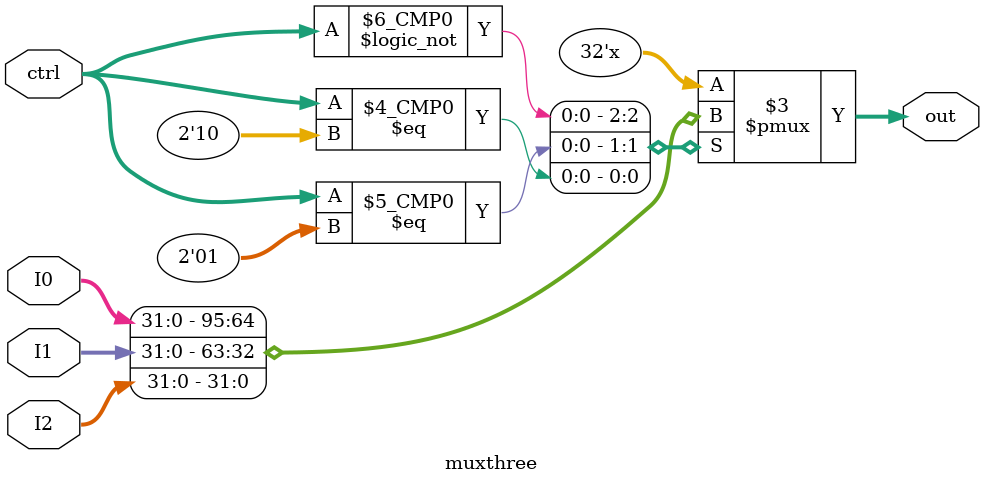
<source format=v>
module muxthree(I0,I1,I2,ctrl,out);
    parameter width=32;
    input[width-1:0] I0,I1,I2;
    input[2-1:0] ctrl;
    output reg[width-1:0] out;

    always@(I0 or I1 or I2 or ctrl) begin
        case(ctrl)
            2'b00:out=I0;
            2'b01:out=I1;
            2'b10:out=I2;
        endcase
    end
endmodule
</source>
